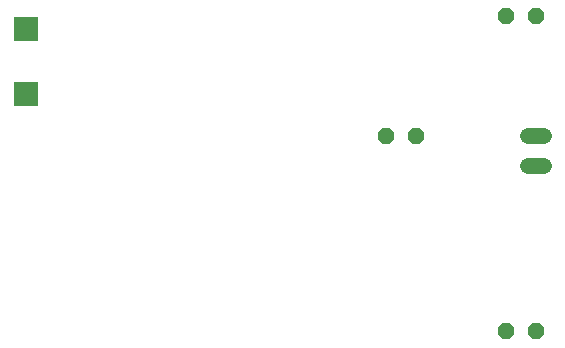
<source format=gbl>
G75*
%MOIN*%
%OFA0B0*%
%FSLAX25Y25*%
%IPPOS*%
%LPD*%
%AMOC8*
5,1,8,0,0,1.08239X$1,22.5*
%
%ADD10OC8,0.05200*%
%ADD11C,0.05200*%
%ADD12R,0.08268X0.08268*%
D10*
X0191300Y0151300D03*
X0201300Y0151300D03*
X0231300Y0191300D03*
X0241300Y0191300D03*
X0241300Y0086300D03*
X0231300Y0086300D03*
D11*
X0238700Y0141300D02*
X0243900Y0141300D01*
X0243900Y0151300D02*
X0238700Y0151300D01*
D12*
X0071300Y0165473D03*
X0071300Y0187127D03*
M02*

</source>
